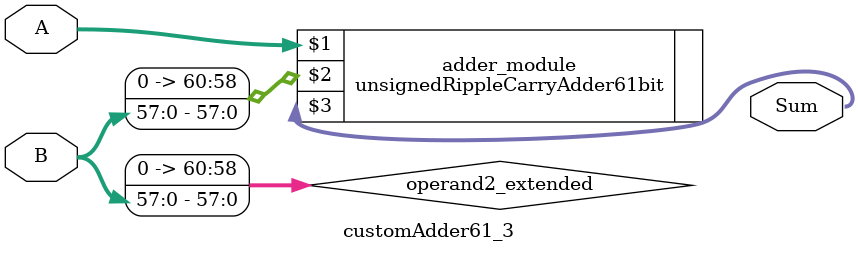
<source format=v>
module customAdder61_3(
                        input [60 : 0] A,
                        input [57 : 0] B,
                        
                        output [61 : 0] Sum
                );

        wire [60 : 0] operand2_extended;
        
        assign operand2_extended =  {3'b0, B};
        
        unsignedRippleCarryAdder61bit adder_module(
            A,
            operand2_extended,
            Sum
        );
        
        endmodule
        
</source>
